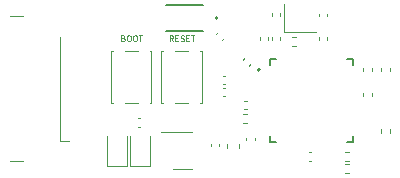
<source format=gbr>
%TF.GenerationSoftware,KiCad,Pcbnew,(6.0.7)*%
%TF.CreationDate,2023-03-08T16:51:48-08:00*%
%TF.ProjectId,ESP_SoC,4553505f-536f-4432-9e6b-696361645f70,rev?*%
%TF.SameCoordinates,Original*%
%TF.FileFunction,Legend,Top*%
%TF.FilePolarity,Positive*%
%FSLAX46Y46*%
G04 Gerber Fmt 4.6, Leading zero omitted, Abs format (unit mm)*
G04 Created by KiCad (PCBNEW (6.0.7)) date 2023-03-08 16:51:48*
%MOMM*%
%LPD*%
G01*
G04 APERTURE LIST*
%ADD10C,0.125000*%
%ADD11C,0.150000*%
%ADD12C,0.120000*%
%ADD13C,0.127000*%
%ADD14C,0.200000*%
G04 APERTURE END LIST*
D10*
X112273809Y-94726190D02*
X112107142Y-94488095D01*
X111988095Y-94726190D02*
X111988095Y-94226190D01*
X112178571Y-94226190D01*
X112226190Y-94250000D01*
X112250000Y-94273809D01*
X112273809Y-94321428D01*
X112273809Y-94392857D01*
X112250000Y-94440476D01*
X112226190Y-94464285D01*
X112178571Y-94488095D01*
X111988095Y-94488095D01*
X112488095Y-94464285D02*
X112654761Y-94464285D01*
X112726190Y-94726190D02*
X112488095Y-94726190D01*
X112488095Y-94226190D01*
X112726190Y-94226190D01*
X112916666Y-94702380D02*
X112988095Y-94726190D01*
X113107142Y-94726190D01*
X113154761Y-94702380D01*
X113178571Y-94678571D01*
X113202380Y-94630952D01*
X113202380Y-94583333D01*
X113178571Y-94535714D01*
X113154761Y-94511904D01*
X113107142Y-94488095D01*
X113011904Y-94464285D01*
X112964285Y-94440476D01*
X112940476Y-94416666D01*
X112916666Y-94369047D01*
X112916666Y-94321428D01*
X112940476Y-94273809D01*
X112964285Y-94250000D01*
X113011904Y-94226190D01*
X113130952Y-94226190D01*
X113202380Y-94250000D01*
X113416666Y-94464285D02*
X113583333Y-94464285D01*
X113654761Y-94726190D02*
X113416666Y-94726190D01*
X113416666Y-94226190D01*
X113654761Y-94226190D01*
X113797619Y-94226190D02*
X114083333Y-94226190D01*
X113940476Y-94726190D02*
X113940476Y-94226190D01*
X108071428Y-94464285D02*
X108142857Y-94488095D01*
X108166666Y-94511904D01*
X108190476Y-94559523D01*
X108190476Y-94630952D01*
X108166666Y-94678571D01*
X108142857Y-94702380D01*
X108095238Y-94726190D01*
X107904761Y-94726190D01*
X107904761Y-94226190D01*
X108071428Y-94226190D01*
X108119047Y-94250000D01*
X108142857Y-94273809D01*
X108166666Y-94321428D01*
X108166666Y-94369047D01*
X108142857Y-94416666D01*
X108119047Y-94440476D01*
X108071428Y-94464285D01*
X107904761Y-94464285D01*
X108500000Y-94226190D02*
X108595238Y-94226190D01*
X108642857Y-94250000D01*
X108690476Y-94297619D01*
X108714285Y-94392857D01*
X108714285Y-94559523D01*
X108690476Y-94654761D01*
X108642857Y-94702380D01*
X108595238Y-94726190D01*
X108500000Y-94726190D01*
X108452380Y-94702380D01*
X108404761Y-94654761D01*
X108380952Y-94559523D01*
X108380952Y-94392857D01*
X108404761Y-94297619D01*
X108452380Y-94250000D01*
X108500000Y-94226190D01*
X109023809Y-94226190D02*
X109119047Y-94226190D01*
X109166666Y-94250000D01*
X109214285Y-94297619D01*
X109238095Y-94392857D01*
X109238095Y-94559523D01*
X109214285Y-94654761D01*
X109166666Y-94702380D01*
X109119047Y-94726190D01*
X109023809Y-94726190D01*
X108976190Y-94702380D01*
X108928571Y-94654761D01*
X108904761Y-94559523D01*
X108904761Y-94392857D01*
X108928571Y-94297619D01*
X108976190Y-94250000D01*
X109023809Y-94226190D01*
X109380952Y-94226190D02*
X109666666Y-94226190D01*
X109523809Y-94726190D02*
X109523809Y-94226190D01*
D11*
%TO.C,*%
D12*
%TO.C,R2*%
X118246359Y-100920000D02*
X118553641Y-100920000D01*
X118246359Y-101680000D02*
X118553641Y-101680000D01*
%TO.C,J1*%
X102720000Y-103150000D02*
X103475000Y-103150000D01*
X102720000Y-103150000D02*
X102720000Y-94350000D01*
X99550000Y-104895000D02*
X98500000Y-104895000D01*
X99550000Y-92605000D02*
X98500000Y-92605000D01*
%TO.C,C2*%
X119640000Y-94607836D02*
X119640000Y-94392164D01*
X120360000Y-94607836D02*
X120360000Y-94392164D01*
%TO.C,R4*%
X126846359Y-104880000D02*
X127153641Y-104880000D01*
X126846359Y-104120000D02*
X127153641Y-104120000D01*
%TO.C,C7*%
X118490000Y-102892164D02*
X118490000Y-103107836D01*
X119210000Y-102892164D02*
X119210000Y-103107836D01*
%TO.C,R3*%
X126846359Y-105880000D02*
X127153641Y-105880000D01*
X126846359Y-105120000D02*
X127153641Y-105120000D01*
%TO.C,C9*%
X125360000Y-94607836D02*
X125360000Y-94392164D01*
X124640000Y-94607836D02*
X124640000Y-94392164D01*
%TO.C,C13*%
X116210000Y-103392164D02*
X116210000Y-103607836D01*
X115490000Y-103392164D02*
X115490000Y-103607836D01*
%TO.C,C3*%
X116580810Y-94428307D02*
X116428307Y-94580810D01*
X116071693Y-93919190D02*
X115919190Y-94071693D01*
%TO.C,C15*%
X124640000Y-92392164D02*
X124640000Y-92607836D01*
X125360000Y-92392164D02*
X125360000Y-92607836D01*
D13*
%TO.C,AE1*%
X114850000Y-93840000D02*
X111650000Y-93840000D01*
X114850000Y-91660000D02*
X111650000Y-91660000D01*
D14*
X116050000Y-92750000D02*
G75*
G03*
X116050000Y-92750000I-100000J0D01*
G01*
D12*
%TO.C,R5*%
X130680000Y-97253641D02*
X130680000Y-96946359D01*
X129920000Y-97253641D02*
X129920000Y-96946359D01*
%TO.C,C8*%
X116840000Y-103459420D02*
X116840000Y-103740580D01*
X117860000Y-103459420D02*
X117860000Y-103740580D01*
%TO.C,C6*%
X116707836Y-99360000D02*
X116492164Y-99360000D01*
X116707836Y-98640000D02*
X116492164Y-98640000D01*
%TO.C,C16*%
X129110000Y-99357836D02*
X129110000Y-99142164D01*
X128390000Y-99357836D02*
X128390000Y-99142164D01*
%TO.C,SW2*%
X110330000Y-99950000D02*
X110450000Y-99950000D01*
X107170000Y-95550000D02*
X107050000Y-95550000D01*
X110450000Y-95550000D02*
X110330000Y-95550000D01*
X110450000Y-99950000D02*
X110450000Y-95550000D01*
X107050000Y-95550000D02*
X107050000Y-99950000D01*
X107050000Y-99950000D02*
X107170000Y-99950000D01*
X108180000Y-99950000D02*
X109320000Y-99950000D01*
X109320000Y-95550000D02*
X108180000Y-95550000D01*
%TO.C,D2*%
X108650000Y-105300000D02*
X108650000Y-102750000D01*
X110350000Y-105300000D02*
X110350000Y-102750000D01*
X108650000Y-105300000D02*
X110350000Y-105300000D01*
%TO.C,R7*%
X129130000Y-97253641D02*
X129130000Y-96946359D01*
X128370000Y-97253641D02*
X128370000Y-96946359D01*
%TO.C,SW1*%
X111300000Y-95550000D02*
X111300000Y-99950000D01*
X113570000Y-95550000D02*
X112430000Y-95550000D01*
X112430000Y-99950000D02*
X113570000Y-99950000D01*
X111420000Y-95550000D02*
X111300000Y-95550000D01*
X114700000Y-99950000D02*
X114700000Y-95550000D01*
X114700000Y-95550000D02*
X114580000Y-95550000D01*
X114580000Y-99950000D02*
X114700000Y-99950000D01*
X111300000Y-99950000D02*
X111420000Y-99950000D01*
%TO.C,D1*%
X106650000Y-105300000D02*
X108350000Y-105300000D01*
X106650000Y-105300000D02*
X106650000Y-102750000D01*
X108350000Y-105300000D02*
X108350000Y-102750000D01*
%TO.C,C10*%
X123767164Y-104140000D02*
X123982836Y-104140000D01*
X123767164Y-104860000D02*
X123982836Y-104860000D01*
%TO.C,C5*%
X116707836Y-97640000D02*
X116492164Y-97640000D01*
X116707836Y-98360000D02*
X116492164Y-98360000D01*
%TO.C,U1*%
X113100000Y-105560000D02*
X113900000Y-105560000D01*
X113100000Y-105560000D02*
X112300000Y-105560000D01*
X113100000Y-102440000D02*
X111300000Y-102440000D01*
X113100000Y-102440000D02*
X113900000Y-102440000D01*
%TO.C,C11*%
X118507836Y-99740000D02*
X118292164Y-99740000D01*
X118507836Y-100460000D02*
X118292164Y-100460000D01*
%TO.C,C14*%
X121360000Y-92587836D02*
X121360000Y-92372164D01*
X120640000Y-92587836D02*
X120640000Y-92372164D01*
%TO.C,C1*%
X120640000Y-94607836D02*
X120640000Y-94392164D01*
X121360000Y-94607836D02*
X121360000Y-94392164D01*
%TO.C,R6*%
X130680000Y-102146359D02*
X130680000Y-102453641D01*
X129920000Y-102146359D02*
X129920000Y-102453641D01*
%TO.C,R1*%
X122346359Y-94370000D02*
X122653641Y-94370000D01*
X122346359Y-95130000D02*
X122653641Y-95130000D01*
%TO.C,C4*%
X118830810Y-96678307D02*
X118678307Y-96830810D01*
X118321693Y-96169190D02*
X118169190Y-96321693D01*
D13*
%TO.C,U2*%
X127500000Y-103250000D02*
X127500000Y-102780000D01*
X127500000Y-96250000D02*
X127500000Y-96720000D01*
X120500000Y-96250000D02*
X120970000Y-96250000D01*
X120500000Y-96250000D02*
X120500000Y-96720000D01*
X120500000Y-103250000D02*
X120970000Y-103250000D01*
X120500000Y-103250000D02*
X120500000Y-102780000D01*
X127500000Y-103250000D02*
X127030000Y-103250000D01*
X127500000Y-96250000D02*
X127030000Y-96250000D01*
D14*
X119645000Y-97150000D02*
G75*
G03*
X119645000Y-97150000I-100000J0D01*
G01*
D12*
%TO.C,Y1*%
X121650000Y-93900000D02*
X124350000Y-93900000D01*
X121650000Y-91600000D02*
X121650000Y-93900000D01*
%TO.C,C12*%
X109507836Y-101960000D02*
X109292164Y-101960000D01*
X109507836Y-101240000D02*
X109292164Y-101240000D01*
%TD*%
M02*

</source>
